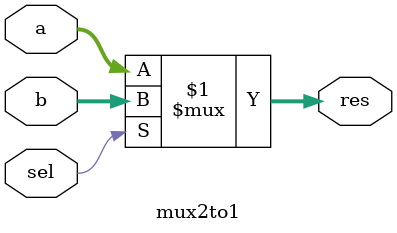
<source format=v>
`timescale 1ns / 1ps

module mux2to1(
    input [31:0]a,b,
    input sel,

    output [31:0]res
);
    assign res=sel?b:a;
endmodule

</source>
